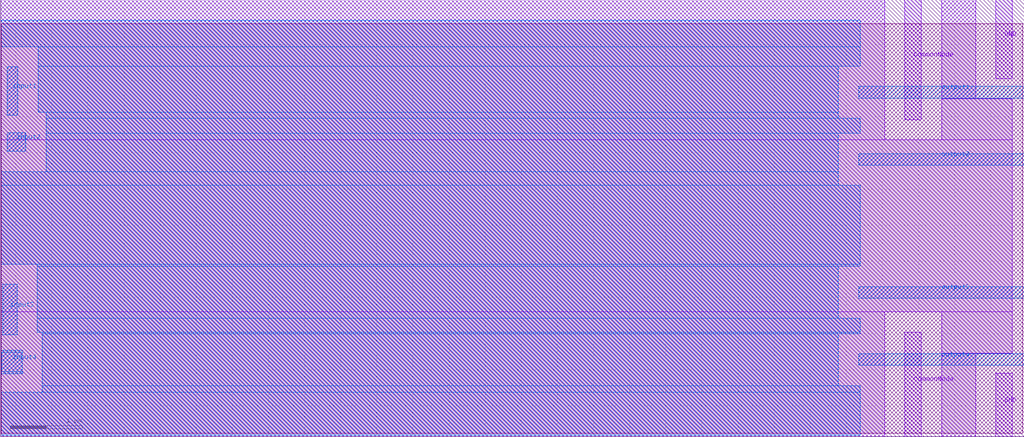
<source format=lef>
VERSION 5.7 ;
  NOWIREEXTENSIONATPIN ON ;
  DIVIDERCHAR "/" ;
  BUSBITCHARS "[]" ;
UNITS
  DATABASE MICRONS 200 ;
END UNITS

LAYER via2
  TYPE CUT ;
END via2

LAYER via
  TYPE CUT ;
END via

LAYER nwell
  TYPE MASTERSLICE ;
END nwell

LAYER via3
  TYPE CUT ;
END via3

LAYER pwell
  TYPE MASTERSLICE ;
END pwell

LAYER via4
  TYPE CUT ;
END via4

LAYER mcon
  TYPE CUT ;
END mcon

LAYER met6
  TYPE ROUTING ;
  WIDTH 0.030000 ;
  SPACING 0.040000 ;
  DIRECTION HORIZONTAL ;
END met6

LAYER met1
  TYPE ROUTING ;
  WIDTH 0.140000 ;
  SPACING 0.140000 ;
  DIRECTION HORIZONTAL ;
END met1

LAYER met3
  TYPE ROUTING ;
  WIDTH 0.300000 ;
  SPACING 0.300000 ;
  DIRECTION HORIZONTAL ;
END met3

LAYER met2
  TYPE ROUTING ;
  WIDTH 0.140000 ;
  SPACING 0.140000 ;
  DIRECTION HORIZONTAL ;
END met2

LAYER met4
  TYPE ROUTING ;
  WIDTH 0.300000 ;
  SPACING 0.300000 ;
  DIRECTION HORIZONTAL ;
END met4

LAYER met5
  TYPE ROUTING ;
  WIDTH 1.600000 ;
  SPACING 1.600000 ;
  DIRECTION HORIZONTAL ;
END met5

LAYER li1
  TYPE ROUTING ;
  WIDTH 0.170000 ;
  SPACING 0.170000 ;
  DIRECTION HORIZONTAL ;
END li1

MACRO sky130_hilas_WTA4Stage01
  CLASS BLOCK ;
  FOREIGN sky130_hilas_WTA4Stage01 ;
  ORIGIN 11.210 0.430 ;
  SIZE 14.170 BY 6.050 ;
  PIN GND
    USE GROUND ;
    PORT
      LAYER met1 ;
        RECT 2.570 4.530 2.800 5.620 ;
    END
    PORT
      LAYER met1 ;
        RECT 2.570 -0.430 2.800 0.450 ;
    END
  END GND
  PIN CommonNode
    USE ANALOG ;
    PORT
      LAYER met1 ;
        RECT 1.310 3.960 1.540 5.620 ;
    END
  END CommonNode
  PIN CommonMode
    USE ANALOG ;
    PORT
      LAYER met1 ;
        RECT 1.310 -0.430 1.540 1.020 ;
    END
  END CommonMode
  PIN output1
    USE ANALOG ;
    PORT
      LAYER met2 ;
        RECT 0.670 4.260 2.960 4.420 ;
    END
  END output1
  PIN output2
    USE ANALOG ;
    PORT
      LAYER met2 ;
        RECT 0.670 3.330 2.960 3.490 ;
    END
  END output2
  PIN output3
    USE ANALOG ;
    PORT
      LAYER met2 ;
        RECT 0.670 1.490 2.960 1.650 ;
    END
  END output3
  PIN output4
    USE ANALOG ;
    PORT
      LAYER met2 ;
        RECT 0.670 0.560 2.960 0.720 ;
    END
  END output4
  PIN input1
    USE ANALOG ;
    PORT
      LAYER met2 ;
        RECT -11.120 4.020 -10.970 4.690 ;
    END
  END input1
  PIN input2
    USE ANALOG ;
    PORT
      LAYER met2 ;
        RECT -11.120 3.520 -10.860 3.780 ;
    END
  END input2
  PIN input3
    USE ANALOG ;
    PORT
      LAYER met2 ;
        RECT -11.180 0.980 -10.980 1.680 ;
    END
  END input3
  PIN input4
    USE ANALOG ;
    PORT
      LAYER met2 ;
        RECT -11.190 0.470 -10.910 0.740 ;
    END
  END input4
  OBS
      LAYER li1 ;
        RECT -11.200 -0.380 2.940 5.290 ;
      LAYER met1 ;
        RECT -11.210 3.680 1.030 5.620 ;
        RECT 1.820 4.250 2.290 5.620 ;
        RECT 1.820 3.680 2.800 4.250 ;
        RECT -11.210 1.300 2.800 3.680 ;
        RECT -11.210 -0.430 1.030 1.300 ;
        RECT 1.820 0.730 2.800 1.300 ;
        RECT 1.820 -0.430 2.290 0.730 ;
      LAYER met2 ;
        RECT -11.210 4.970 0.690 5.340 ;
        RECT -10.690 4.700 0.690 4.970 ;
        RECT -10.690 4.060 0.390 4.700 ;
        RECT -10.580 3.980 0.390 4.060 ;
        RECT -10.580 3.770 0.690 3.980 ;
        RECT -10.580 3.240 0.390 3.770 ;
        RECT -11.210 3.050 0.390 3.240 ;
        RECT -11.210 1.960 0.690 3.050 ;
        RECT -10.700 1.930 0.690 1.960 ;
        RECT -10.700 1.210 0.390 1.930 ;
        RECT -10.700 1.020 0.690 1.210 ;
        RECT -10.630 1.000 0.690 1.020 ;
        RECT -11.210 0.740 -10.900 0.770 ;
        RECT -11.210 0.470 -11.190 0.740 ;
        RECT -11.210 0.440 -10.900 0.470 ;
        RECT -10.630 0.280 0.390 1.000 ;
        RECT -10.630 0.190 0.690 0.280 ;
        RECT -11.210 -0.410 0.690 0.190 ;
  END
END sky130_hilas_WTA4Stage01
END LIBRARY


</source>
